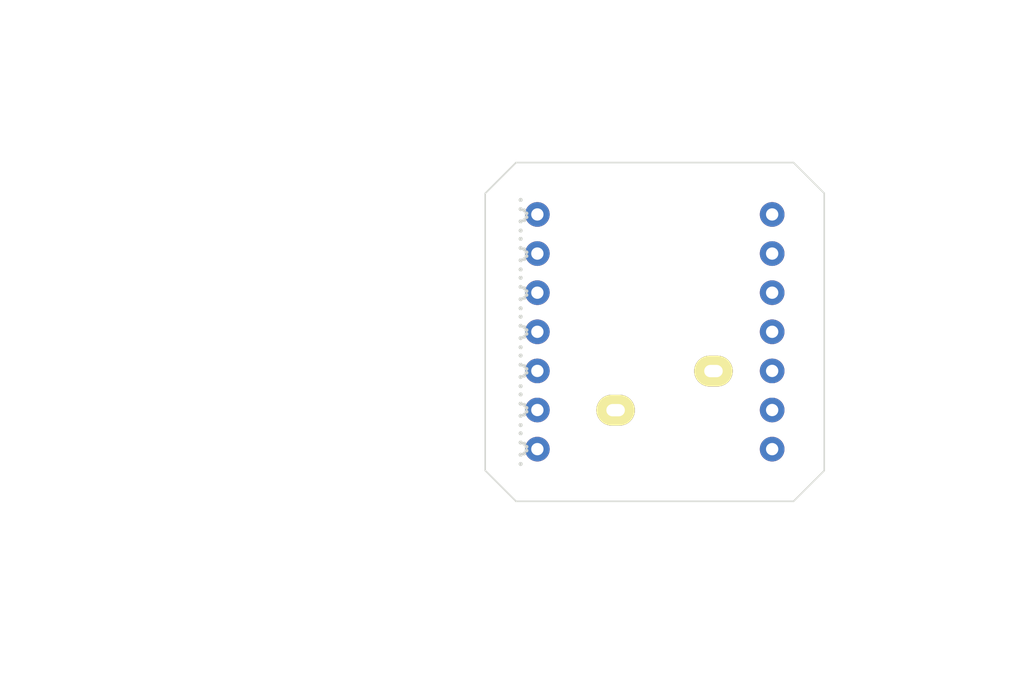
<source format=kicad_pcb>
(kicad_pcb (version 20211014) (generator pcbnew)
  (layers (0 "F.Cu" signal) (31 "B.Cu" signal) (34 "B.Paste" user) (35 "F.Paste" user) (36 "B.SilkS" user "B.Silkscreen") (37 "F.SilkS" user "F.Silkscreen") (38 "B.Mask" user) (39 "F.Mask" user) (44 "Edge.Cuts" user))
  (net 0 "")
  (net 1 "GND")
  (net 2 "Row0")
  (net 3 "Col0")
  (net 4 "VCC")
  (footprint "kbd_Hole:m2_Screw_Hole" (layer "F.Cu") (at 213.8125 107.042893)
    (fp_text reference "H6")
    (fp_text value "MountingHole")
    (pad "" np_thru_hole circle locked (at 0 0) (size 2.2 2.2) (drill 2.2) (layers *.Cu *.Mask))
  )
  (footprint "kbd_Hole:m2_Screw_Hole" (layer "F.Cu") (at 157.6625 88.492893)
    (fp_text reference "H1")
    (fp_text value "MountingHole")
    (pad "" np_thru_hole circle locked (at 0 0) (size 2.2 2.2) (drill 2.2) (layers *.Cu *.Mask))
  )
  (footprint "kbd_Hole:m2_Screw_Hole" (layer "F.Cu") (at 157.6625 107.042893)
    (fp_text reference "H2")
    (fp_text value "MountingHole" hide)
    (pad "" np_thru_hole circle locked (at 0 0) (size 2.2 2.2) (drill 2.2) (layers *.Cu *.Mask))
  )
  (footprint "kbd_Hole:m2_Screw_Hole" (layer "F.Cu") (at 185.7375 125.592893)
    (fp_text reference "H4" hide)
    (fp_text value "MountingHole" hide)
    (pad "" np_thru_hole circle locked (at 0 0) (size 2.2 2.2) (drill 2.2) (layers *.Cu *.Mask))
  )
  (footprint "kbd_SW:CherryMX_Solder_1u" (layer "F.Cu") (at 195 106 180)
    (fp_text reference "SW1" hide)
    (fp_text value "SW_1" hide)
    (pad "" np_thru_hole circle locked (at 5.08 0 270) (size 1.9 1.9) (drill 1.9) (layers *.Cu *.Mask))
    (pad "" np_thru_hole circle locked (at 0 0 270) (size 4 4) (drill 4) (layers *.Cu *.Mask))
    (pad "" np_thru_hole circle locked (at -5.08 0 270) (size 1.9 1.9) (drill 1.9) (layers *.Cu *.Mask))
    (pad "1" thru_hole oval locked (at -3.81 -2.54 180) (size 2.5 2) (drill oval 1.2 0.8) (layers *.Cu "F.SilkS" "B.Mask") (net 3 "Col0"))
    (pad "2" thru_hole oval locked (at 2.54 -5.08 180) (size 2.5 2) (drill oval 1.2 0.8) (layers *.Cu "F.SilkS" "B.Mask") (net 2 "Row0"))
  )
  (footprint "kbd_Hole:m2_Screw_Hole" (layer "F.Cu") (at 157.6625 125.592893)
    (fp_text reference "H3")
    (fp_text value "MountingHole")
    (pad "" np_thru_hole circle locked (at 0 0) (size 2.2 2.2) (drill 2.2) (layers *.Cu *.Mask))
  )
  (footprint "kbd_Hole:m2_Screw_Hole" (layer "F.Cu") (at 213.8125 88.492893)
    (fp_text reference "H5")
    (fp_text value "MountingHole")
    (pad "" np_thru_hole circle locked (at 0 0) (size 2.2 2.2) (drill 2.2) (layers *.Cu *.Mask))
  )
  (footprint "kbd_Hole:m2_Screw_Hole" (layer "F.Cu") (at 213.8125 125.592893)
    (fp_text reference "H7")
    (fp_text value "MountingHole")
    (pad "" np_thru_hole circle locked (at 0 0) (size 2.2 2.2) (drill 2.2) (layers *.Cu *.Mask))
  )
  (footprint "takashicompany:XIAO-RP2040-inside-only_Cutout" (layer "B.Cu") (at 195 106 180)
    (fp_text reference "U1" hide)
    (fp_text value "MOUDLE-SEEEDUINO-XIAO" hide)
    (fp_curve (pts (xy 8.32282 -0.123257) (xy 8.32282 -0.123257) (xy 8.32282 -0.123257) (xy 8.32282 -0.123257)) (layer "Edge.Cuts") (width 0.25))
    (fp_curve (pts (xy 8.701117 -3.520564) (xy 8.701117 -3.520564) (xy 8.701117 -3.520564) (xy 8.701117 -3.520564)) (layer "Edge.Cuts") (width 0.25))
    (fp_curve (pts (xy 8.701117 6.045693) (xy 8.701117 6.045693) (xy 8.701117 6.045693) (xy 8.701117 6.045693)) (layer "Edge.Cuts") (width 0.25))
    (fp_curve (pts (xy 8.32282 5.174196) (xy 8.32282 5.174196) (xy 8.32282 5.174196) (xy 8.32282 5.174196)) (layer "Edge.Cuts") (width 0.25))
    (fp_curve (pts (xy 8.701117 5.449045) (xy 8.701117 5.449045) (xy 8.701117 5.449045) (xy 8.701117 5.449045)) (layer "Edge.Cuts") (width 0.25))
    (fp_curve (pts (xy 8.32282 0.122576) (xy 8.32282 0.122576) (xy 8.32282 0.122576) (xy 8.32282 0.122576)) (layer "Edge.Cuts") (width 0.25))
    (fp_curve (pts (xy 8.701117 -0.994754) (xy 8.701117 -0.994754) (xy 8.701117 -0.994754) (xy 8.701117 -0.994754)) (layer "Edge.Cuts") (width 0.25))
    (fp_curve (pts (xy 8.701117 2.127704) (xy 8.701117 2.127704) (xy 8.701117 2.127704) (xy 8.701117 2.127704)) (layer "Edge.Cuts") (width 0.25))
    (fp_curve (pts (xy 8.701117 4.653514) (xy 8.701117 4.653514) (xy 8.701117 4.653514) (xy 8.701117 4.653514)) (layer "Edge.Cuts") (width 0.25))
    (fp_curve (pts (xy 8.701117 1.531056) (xy 8.701117 1.531056) (xy 8.701117 1.531056) (xy 8.701117 1.531056)) (layer "Edge.Cuts") (width 0.25))
    (fp_curve (pts (xy 8.467317 2.847268) (xy 8.467317 2.847268) (xy 8.467317 2.847268) (xy 8.467317 2.847268)) (layer "Edge.Cuts") (width 0.25))
    (fp_curve (pts (xy 8.701117 3.519883) (xy 8.701117 3.519883) (xy 8.701117 3.519883) (xy 8.701117 3.519883)) (layer "Edge.Cuts") (width 0.25))
    (fp_curve (pts (xy 8.467317 4.729481) (xy 8.467317 4.729481) (xy 8.467317 4.729481) (xy 8.467317 4.729481)) (layer "Edge.Cuts") (width 0.25))
    (fp_curve (pts (xy 8.701117 -7.180005) (xy 8.701117 -7.180005) (xy 8.701117 -7.180005) (xy 8.701117 -7.180005)) (layer "Edge.Cuts") (width 0.25))
    (fp_curve (pts (xy 8.32282 -4.929044) (xy 8.32282 -4.929044) (xy 8.32282 -4.929044) (xy 8.32282 -4.929044)) (layer "Edge.Cuts") (width 0.25))
    (fp_curve (pts (xy 8.701117 2.923235) (xy 8.701117 2.923235) (xy 8.701117 2.923235) (xy 8.701117 2.923235)) (layer "Edge.Cuts") (width 0.25))
    (fp_curve (pts (xy 8.701117 7.974855) (xy 8.701117 7.974855) (xy 8.701117 7.974855) (xy 8.701117 7.974855)) (layer "Edge.Cuts") (width 0.25))
    (fp_curve (pts (xy 8.32282 4.928363) (xy 8.32282 4.928363) (xy 8.32282 4.928363) (xy 8.32282 4.928363)) (layer "Edge.Cuts") (width 0.25))
    (fp_curve (pts (xy 8.701117 -7.180005) (xy 8.701117 -7.180005) (xy 8.701117 -7.180005) (xy 8.701117 -7.180005)) (layer "Edge.Cuts") (width 0.25))
    (fp_curve (pts (xy 8.701117 8.571503) (xy 8.701117 8.571503) (xy 8.701117 8.571503) (xy 8.701117 8.571503)) (layer "Edge.Cuts") (width 0.25))
    (fp_curve (pts (xy 8.701117 -0.994754) (xy 8.701117 -0.994754) (xy 8.701117 -0.994754) (xy 8.701117 -0.994754)) (layer "Edge.Cuts") (width 0.25))
    (fp_curve (pts (xy 8.701117 4.653514) (xy 8.701117 4.653514) (xy 8.701117 4.653514) (xy 8.701117 4.653514)) (layer "Edge.Cuts") (width 0.25))
    (fp_curve (pts (xy 8.701117 0.994073) (xy 8.701117 0.994073) (xy 8.701117 0.994073) (xy 8.701117 0.994073)) (layer "Edge.Cuts") (width 0.25))
    (fp_curve (pts (xy 8.701117 0.397425) (xy 8.701117 0.397425) (xy 8.701117 0.397425) (xy 8.701117 0.397425)) (layer "Edge.Cuts") (width 0.25))
    (fp_curve (pts (xy 8.32282 -2.649067) (xy 8.32282 -2.649067) (xy 8.32282 -2.649067) (xy 8.32282 -2.649067)) (layer "Edge.Cuts") (width 0.25))
    (fp_curve (pts (xy 8.701117 6.582676) (xy 8.701117 6.582676) (xy 8.701117 6.582676) (xy 8.701117 6.582676)) (layer "Edge.Cuts") (width 0.25))
    (fp_curve (pts (xy 8.467317 7.898889) (xy 8.467317 7.898889) (xy 8.467317 7.898889) (xy 8.467317 7.898889)) (layer "Edge.Cuts") (width 0.25))
    (fp_curve (pts (xy 8.701117 -2.128385) (xy 8.701117 -2.128385) (xy 8.701117 -2.128385) (xy 8.701117 -2.128385)) (layer "Edge.Cuts") (width 0.25))
    (fp_curve (pts (xy 8.701117 -0.398106) (xy 8.701117 -0.398106) (xy 8.701117 -0.398106) (xy 8.701117 -0.398106)) (layer "Edge.Cuts") (width 0.25))
    (fp_curve (pts (xy 8.467317 -7.89957) (xy 8.467317 -7.89957) (xy 8.467317 -7.89957) (xy 8.467317 -7.89957)) (layer "Edge.Cuts") (width 0.25))
    (fp_curve (pts (xy 8.467317 5.373078) (xy 8.467317 5.373078) (xy 8.467317 5.373078) (xy 8.467317 5.373078)) (layer "Edge.Cuts") (width 0.25))
    (fp_curve (pts (xy 8.701117 -8.572184) (xy 8.701117 -8.572184) (xy 8.701117 -8.572184) (xy 8.701117 -8.572184)) (layer "Edge.Cuts") (width 0.25))
    (fp_curve (pts (xy 8.701117 -2.923916) (xy 8.701117 -2.923916) (xy 8.701117 -2.923916) (xy 8.701117 -2.923916)) (layer "Edge.Cuts") (width 0.25))
    (fp_curve (pts (xy 8.701117 -6.583357) (xy 8.701117 -6.583357) (xy 8.701117 -6.583357) (xy 8.701117 -6.583357)) (layer "Edge.Cuts") (width 0.25))
    (fp_curve (pts (xy 8.701117 -7.975536) (xy 8.701117 -7.975536) (xy 8.701117 -7.975536) (xy 8.701117 -7.975536)) (layer "Edge.Cuts") (width 0.25))
    (fp_curve (pts (xy 8.701117 -8.572184) (xy 8.701117 -8.572184) (xy 8.701117 -8.572184) (xy 8.701117 -8.572184)) (layer "Edge.Cuts") (width 0.25))
    (fp_curve (pts (xy 8.32282 -7.454855) (xy 8.32282 -7.454855) (xy 8.32282 -7.454855) (xy 8.32282 -7.454855)) (layer "Edge.Cuts") (width 0.25))
    (fp_curve (pts (xy 8.701117 -0.398106) (xy 8.701117 -0.398106) (xy 8.701117 -0.398106) (xy 8.701117 -0.398106)) (layer "Edge.Cuts") (width 0.25))
    (fp_curve (pts (xy 8.701117 8.571503) (xy 8.701117 8.571503) (xy 8.701117 8.571503) (xy 8.701117 8.571503)) (layer "Edge.Cuts") (width 0.25))
    (fp_curve (pts (xy 8.701117 7.179324) (xy 8.701117 7.179324) (xy 8.701117 7.179324) (xy 8.701117 7.179324)) (layer "Edge.Cuts") (width 0.25))
    (fp_curve (pts (xy 8.701117 -0.994754) (xy 8.701117 -0.994754) (xy 8.701117 -0.994754) (xy 8.701117 -0.994754)) (layer "Edge.Cuts") (width 0.25))
    (fp_curve (pts (xy 8.701117 -1.531737) (xy 8.701117 -1.531737) (xy 8.701117 -1.531737) (xy 8.701117 -1.531737)) (layer "Edge.Cuts") (width 0.25))
    (fp_curve (pts (xy 8.701117 -7.180005) (xy 8.701117 -7.180005) (xy 8.701117 -7.180005) (xy 8.701117 -7.180005)) (layer "Edge.Cuts") (width 0.25))
    (fp_curve (pts (xy 8.701117 -2.128385) (xy 8.701117 -2.128385) (xy 8.701117 -2.128385) (xy 8.701117 -2.128385)) (layer "Edge.Cuts") (width 0.25))
    (fp_curve (pts (xy 8.32282 -2.403234) (xy 8.32282 -2.403234) (xy 8.32282 -2.403234) (xy 8.32282 -2.403234)) (layer "Edge.Cuts") (width 0.25))
    (fp_curve (pts (xy 8.467317 -5.37376) (xy 8.467317 -5.37376) (xy 8.467317 -5.37376) (xy 8.467317 -5.37376)) (layer "Edge.Cuts") (width 0.25))
    (fp_curve (pts (xy 8.32282 2.402553) (xy 8.32282 2.402553) (xy 8.32282 2.402553) (xy 8.32282 2.402553)) (layer "Edge.Cuts") (width 0.25))
    (fp_curve (pts (xy 8.32282 -5.174877) (xy 8.32282 -5.174877) (xy 8.32282 -5.174877) (xy 8.32282 -5.174877)) (layer "Edge.Cuts") (width 0.25))
    (fp_curve (pts (xy 8.467317 0.321458) (xy 8.467317 0.321458) (xy 8.467317 0.321458) (xy 8.467317 0.321458)) (layer "Edge.Cuts") (width 0.25))
    (fp_curve (pts (xy 8.701117 7.179324) (xy 8.701117 7.179324) (xy 8.701117 7.179324) (xy 8.701117 7.179324)) (layer "Edge.Cuts") (width 0.25))
    (fp_curve (pts (xy 8.701117 -8.572184) (xy 8.701117 -8.572184) (xy 8.701117 -8.572184) (xy 8.701117 -8.572184)) (layer "Edge.Cuts") (width 0.25))
    (fp_curve (pts (xy 8.701117 0.994073) (xy 8.701117 0.994073) (xy 8.701117 0.994073) (xy 8.701117 0.994073)) (layer "Edge.Cuts") (width 0.25))
    (fp_curve (pts (xy 8.701117 2.923235) (xy 8.701117 2.923235) (xy 8.701117 2.923235) (xy 8.701117 2.923235)) (layer "Edge.Cuts") (width 0.25))
    (fp_curve (pts (xy 8.701117 -6.583357) (xy 8.701117 -6.583357) (xy 8.701117 -6.583357) (xy 8.701117 -6.583357)) (layer "Edge.Cuts") (width 0.25))
    (fp_curve (pts (xy 8.701117 -1.531737) (xy 8.701117 -1.531737) (xy 8.701117 -1.531737) (xy 8.701117 -1.531737)) (layer "Edge.Cuts") (width 0.25))
    (fp_curve (pts (xy 8.701117 5.449045) (xy 8.701117 5.449045) (xy 8.701117 5.449045) (xy 8.701117 5.449045)) (layer "Edge.Cuts") (width 0.25))
    (fp_curve (pts (xy 8.701117 1.531056) (xy 8.701117 1.531056) (xy 8.701117 1.531056) (xy 8.701117 1.531056)) (layer "Edge.Cuts") (width 0.25))
    (fp_curve (pts (xy 8.467317 -2.204352) (xy 8.467317 -2.204352) (xy 8.467317 -2.204352) (xy 8.467317 -2.204352)) (layer "Edge.Cuts") (width 0.25))
    (fp_curve (pts (xy 8.701117 6.582676) (xy 8.701117 6.582676) (xy 8.701117 6.582676) (xy 8.701117 6.582676)) (layer "Edge.Cuts") (width 0.25))
    (fp_curve (pts (xy 8.701117 4.056866) (xy 8.701117 4.056866) (xy 8.701117 4.056866) (xy 8.701117 4.056866)) (layer "Edge.Cuts") (width 0.25))
    (fp_curve (pts (xy 8.701117 -1.531737) (xy 8.701117 -1.531737) (xy 8.701117 -1.531737) (xy 8.701117 -1.531737)) (layer "Edge.Cuts") (width 0.25))
    (fp_curve (pts (xy 8.701117 -2.923916) (xy 8.701117 -2.923916) (xy 8.701117 -2.923916) (xy 8.701117 -2.923916)) (layer "Edge.Cuts") (width 0.25))
    (fp_curve (pts (xy 8.701117 6.045693) (xy 8.701117 6.045693) (xy 8.701117 6.045693) (xy 8.701117 6.045693)) (layer "Edge.Cuts") (width 0.25))
    (fp_curve (pts (xy 8.32282 -7.700687) (xy 8.32282 -7.700687) (xy 8.32282 -7.700687) (xy 8.32282 -7.700687)) (layer "Edge.Cuts") (width 0.25))
    (fp_curve (pts (xy 8.701117 7.974855) (xy 8.701117 7.974855) (xy 8.701117 7.974855) (xy 8.701117 7.974855)) (layer "Edge.Cuts") (width 0.25))
    (fp_curve (pts (xy 8.467317 2.203671) (xy 8.467317 2.203671) (xy 8.467317 2.203671) (xy 8.467317 2.203671)) (layer "Edge.Cuts") (width 0.25))
    (fp_curve (pts (xy 8.701117 1.531056) (xy 8.701117 1.531056) (xy 8.701117 1.531056) (xy 8.701117 1.531056)) (layer "Edge.Cuts") (width 0.25))
    (fp_curve (pts (xy 8.32282 7.700006) (xy 8.32282 7.700006) (xy 8.32282 7.700006) (xy 8.32282 7.700006)) (layer "Edge.Cuts") (width 0.25))
    (fp_curve (pts (xy 8.701117 3.519883) (xy 8.701117 3.519883) (xy 8.701117 3.519883) (xy 8.701117 3.519883)) (layer "Edge.Cuts") (width 0.25))
    (fp_curve (pts (xy 8.467317 -4.730162) (xy 8.467317 -4.730162) (xy 8.467317 -4.730162) (xy 8.467317 -4.730162)) (layer "Edge.Cuts") (width 0.25))
    (fp_curve (pts (xy 8.701117 6.045693) (xy 8.701117 6.045693) (xy 8.701117 6.045693) (xy 8.701117 6.045693)) (layer "Edge.Cuts") (width 0.25))
    (fp_curve (pts (xy 8.467317 -7.255972) (xy 8.467317 -7.255972) (xy 8.467317 -7.255972) (xy 8.467317 -7.255972)) (layer "Edge.Cuts") (width 0.25))
    (fp_curve (pts (xy 8.701117 0.397425) (xy 8.701117 0.397425) (xy 8.701117 0.397425) (xy 8.701117 0.397425)) (layer "Edge.Cuts") (width 0.25))
    (fp_curve (pts (xy 8.701117 8.571503) (xy 8.701117 8.571503) (xy 8.701117 8.571503) (xy 8.701117 8.571503)) (layer "Edge.Cuts") (width 0.25))
    (fp_curve (pts (xy 8.701117 -4.057547) (xy 8.701117 -4.057547) (xy 8.701117 -4.057547) (xy 8.701117 -4.057547)) (layer "Edge.Cuts") (width 0.25))
    (fp_curve (pts (xy 8.701117 -6.046374) (xy 8.701117 -6.046374) (xy 8.701117 -6.046374) (xy 8.701117 -6.046374)) (layer "Edge.Cuts") (width 0.25))
    (fp_curve (pts (xy 8.701117 5.449045) (xy 8.701117 5.449045) (xy 8.701117 5.449045) (xy 8.701117 5.449045)) (layer "Edge.Cuts") (width 0.25))
    (fp_curve (pts (xy 8.701117 2.923235) (xy 8.701117 2.923235) (xy 8.701117 2.923235) (xy 8.701117 2.923235)) (layer "Edge.Cuts") (width 0.25))
    (fp_curve (pts (xy 8.701117 -5.449726) (xy 8.701117 -5.449726) (xy 8.701117 -5.449726) (xy 8.701117 -5.449726)) (layer "Edge.Cuts") (width 0.25))
    (fp_curve (pts (xy 8.701117 2.127704) (xy 8.701117 2.127704) (xy 8.701117 2.127704) (xy 8.701117 2.127704)) (layer "Edge.Cuts") (width 0.25))
    (fp_curve (pts (xy 8.32282 7.454173) (xy 8.32282 7.454173) (xy 8.32282 7.454173) (xy 8.32282 7.454173)) (layer "Edge.Cuts") (width 0.25))
    (fp_curve (pts (xy 8.701117 -2.923916) (xy 8.701117 -2.923916) (xy 8.701117 -2.923916) (xy 8.701117 -2.923916)) (layer "Edge.Cuts") (width 0.25))
    (fp_curve (pts (xy 8.467317 7.255291) (xy 8.467317 7.255291) (xy 8.467317 7.255291) (xy 8.467317 7.255291)) (layer "Edge.Cuts") (width 0.25))
    (fp_curve (pts (xy 8.701117 3.519883) (xy 8.701117 3.519883) (xy 8.701117 3.519883) (xy 8.701117 3.519883)) (layer "Edge.Cuts") (width 0.25))
    (fp_curve (pts (xy 8.701117 4.653514) (xy 8.701117 4.653514) (xy 8.701117 4.653514) (xy 8.701117 4.653514)) (layer "Edge.Cuts") (width 0.25))
    (fp_curve (pts (xy 8.701117 -4.057547) (xy 8.701117 -4.057547) (xy 8.701117 -4.057547) (xy 8.701117 -4.057547)) (layer "Edge.Cuts") (width 0.25))
    (fp_curve (pts (xy 8.32282 2.648386) (xy 8.32282 2.648386) (xy 8.32282 2.648386) (xy 8.32282 2.648386)) (layer "Edge.Cuts") (width 0.25))
    (fp_curve (pts (xy 8.701117 -4.057547) (xy 8.701117 -4.057547) (xy 8.701117 -4.057547) (xy 8.701117 -4.057547)) (layer "Edge.Cuts") (width 0.25))
    (fp_curve (pts (xy 8.701117 7.179324) (xy 8.701117 7.179324) (xy 8.701117 7.179324) (xy 8.701117 7.179324)) (layer "Edge.Cuts") (width 0.25))
    (fp_curve (pts (xy 8.701117 -6.046374) (xy 8.701117 -6.046374) (xy 8.701117 -6.046374) (xy 8.701117 -6.046374)) (layer "Edge.Cuts") (width 0.25))
    (fp_curve (pts (xy 8.701117 -6.583357) (xy 8.701117 -6.583357) (xy 8.701117 -6.583357) (xy 8.701117 -6.583357)) (layer "Edge.Cuts") (width 0.25))
    (fp_curve (pts (xy 8.701117 -4.654195) (xy 8.701117 -4.654195) (xy 8.701117 -4.654195) (xy 8.701117 -4.654195)) (layer "Edge.Cuts") (width 0.25))
    (fp_curve (pts (xy 8.701117 -4.654195) (xy 8.701117 -4.654195) (xy 8.701117 -4.654195) (xy 8.701117 -4.654195)) (layer "Edge.Cuts") (width 0.25))
    (fp_curve (pts (xy 8.701117 7.974855) (xy 8.701117 7.974855) (xy 8.701117 7.974855) (xy 8.701117 7.974855)) (layer "Edge.Cuts") (width 0.25))
    (fp_curve (pts (xy 8.701117 0.397425) (xy 8.701117 0.397425) (xy 8.701117 0.397425) (xy 8.701117 0.397425)) (layer "Edge.Cuts") (width 0.25))
    (fp_curve (pts (xy 8.701117 2.127704) (xy 8.701117 2.127704) (xy 8.701117 2.127704) (xy 8.701117 2.127704)) (layer "Edge.Cuts") (width 0.25))
    (fp_curve (pts (xy 8.467317 -0.32214) (xy 8.467317 -0.32214) (xy 8.467317 -0.32214) (xy 8.467317 -0.32214)) (layer "Edge.Cuts") (width 0.25))
    (fp_curve (pts (xy 8.701117 -2.128385) (xy 8.701117 -2.128385) (xy 8.701117 -2.128385) (xy 8.701117 -2.128385)) (layer "Edge.Cuts") (width 0.25))
    (fp_curve (pts (xy 8.701117 -3.520564) (xy 8.701117 -3.520564) (xy 8.701117 -3.520564) (xy 8.701117 -3.520564)) (layer "Edge.Cuts") (width 0.25))
    (fp_curve (pts (xy 8.701117 -7.975536) (xy 8.701117 -7.975536) (xy 8.701117 -7.975536) (xy 8.701117 -7.975536)) (layer "Edge.Cuts") (width 0.25))
    (fp_curve (pts (xy 8.701117 -7.975536) (xy 8.701117 -7.975536) (xy 8.701117 -7.975536) (xy 8.701117 -7.975536)) (layer "Edge.Cuts") (width 0.25))
    (fp_curve (pts (xy 8.701117 4.056866) (xy 8.701117 4.056866) (xy 8.701117 4.056866) (xy 8.701117 4.056866)) (layer "Edge.Cuts") (width 0.25))
    (fp_curve (pts (xy 8.701117 -5.449726) (xy 8.701117 -5.449726) (xy 8.701117 -5.449726) (xy 8.701117 -5.449726)) (layer "Edge.Cuts") (width 0.25))
    (fp_curve (pts (xy 8.701117 -0.398106) (xy 8.701117 -0.398106) (xy 8.701117 -0.398106) (xy 8.701117 -0.398106)) (layer "Edge.Cuts") (width 0.25))
    (fp_curve (pts (xy 8.701117 -4.654195) (xy 8.701117 -4.654195) (xy 8.701117 -4.654195) (xy 8.701117 -4.654195)) (layer "Edge.Cuts") (width 0.25))
    (fp_curve (pts (xy 8.467317 -2.84795) (xy 8.467317 -2.84795) (xy 8.467317 -2.84795) (xy 8.467317 -2.84795)) (layer "Edge.Cuts") (width 0.25))
    (fp_curve (pts (xy 8.701117 -3.520564) (xy 8.701117 -3.520564) (xy 8.701117 -3.520564) (xy 8.701117 -3.520564)) (layer "Edge.Cuts") (width 0.25))
    (fp_curve (pts (xy 8.701117 4.056866) (xy 8.701117 4.056866) (xy 8.701117 4.056866) (xy 8.701117 4.056866)) (layer "Edge.Cuts") (width 0.25))
    (fp_curve (pts (xy 8.701117 -6.046374) (xy 8.701117 -6.046374) (xy 8.701117 -6.046374) (xy 8.701117 -6.046374)) (layer "Edge.Cuts") (width 0.25))
    (fp_curve (pts (xy 8.701117 0.994073) (xy 8.701117 0.994073) (xy 8.701117 0.994073) (xy 8.701117 0.994073)) (layer "Edge.Cuts") (width 0.25))
    (fp_curve (pts (xy 8.701117 -5.449726) (xy 8.701117 -5.449726) (xy 8.701117 -5.449726) (xy 8.701117 -5.449726)) (layer "Edge.Cuts") (width 0.25))
    (fp_curve (pts (xy 8.701117 6.582676) (xy 8.701117 6.582676) (xy 8.701117 6.582676) (xy 8.701117 6.582676)) (layer "Edge.Cuts") (width 0.25))
    (pad "1" thru_hole circle (at -7.6175 7.63 180) (size 1.6 1.6) (drill 0.8) (layers *.Cu *.Mask))
    (pad "2" thru_hole circle (at -7.6175 5.09 180) (size 1.6 1.6) (drill 0.8) (layers *.Cu *.Mask))
    (pad "3" thru_hole circle (at -7.6175 2.55 180) (size 1.6 1.6) (drill 0.8) (layers *.Cu *.Mask))
    (pad "4" thru_hole circle (at -7.6175 0.01 180) (size 1.6 1.6) (drill 0.8) (layers *.Cu *.Mask))
    (pad "5" thru_hole circle (at -7.6175 -2.53 180) (size 1.6 1.6) (drill 0.8) (layers *.Cu *.Mask))
    (pad "6" thru_hole circle (at -7.6175 -5.07 180) (size 1.6 1.6) (drill 0.8) (layers *.Cu *.Mask))
    (pad "7" thru_hole circle (at -7.6175 -7.61 180) (size 1.6 1.6) (drill 0.8) (layers *.Cu *.Mask))
    (pad "8" thru_hole circle (at 7.6175 -7.61 180) (size 1.6 1.6) (drill 0.8) (layers *.Cu *.Mask) (net 2 "Row0"))
    (pad "9" thru_hole circle (at 7.6175 -5.07 180) (size 1.6 1.6) (drill 0.8) (layers *.Cu *.Mask) (net 3 "Col0"))
    (pad "10" thru_hole circle (at 7.6175 -2.53 180) (size 1.6 1.6) (drill 0.8) (layers *.Cu *.Mask))
    (pad "11" thru_hole circle (at 7.6175 0.01 180) (size 1.6 1.6) (drill 0.8) (layers *.Cu *.Mask))
    (pad "12" thru_hole circle (at 7.6175 2.55 180) (size 1.6 1.6) (drill 0.8) (layers *.Cu *.Mask))
    (pad "13" thru_hole circle (at 7.6175 5.09 180) (size 1.6 1.6) (drill 0.8) (layers *.Cu *.Mask) (net 1 "GND"))
    (pad "14" thru_hole circle (at 7.6175 7.63 180) (size 1.6 1.6) (drill 0.8) (layers *.Cu *.Mask) (net 4 "VCC"))
  )
  (gr_line (start 204 95) (end 206 97) (layer "Edge.Cuts") (width 0.1))
  (gr_line (start 206 115) (end 206 97) (layer "Edge.Cuts") (width 0.1))
  (gr_line (start 184 97) (end 184 115) (layer "Edge.Cuts") (width 0.1))
  (gr_line (start 186 117) (end 204 117) (layer "Edge.Cuts") (width 0.1))
  (gr_line (start 204 117) (end 206 115) (layer "Edge.Cuts") (width 0.1))
  (gr_line (start 204 95) (end 186 95) (layer "Edge.Cuts") (width 0.1))
  (gr_line (start 184 115) (end 186 117) (layer "Edge.Cuts") (width 0.1))
  (gr_line (start 186 95) (end 184 97) (layer "Edge.Cuts") (width 0.1))
)
</source>
